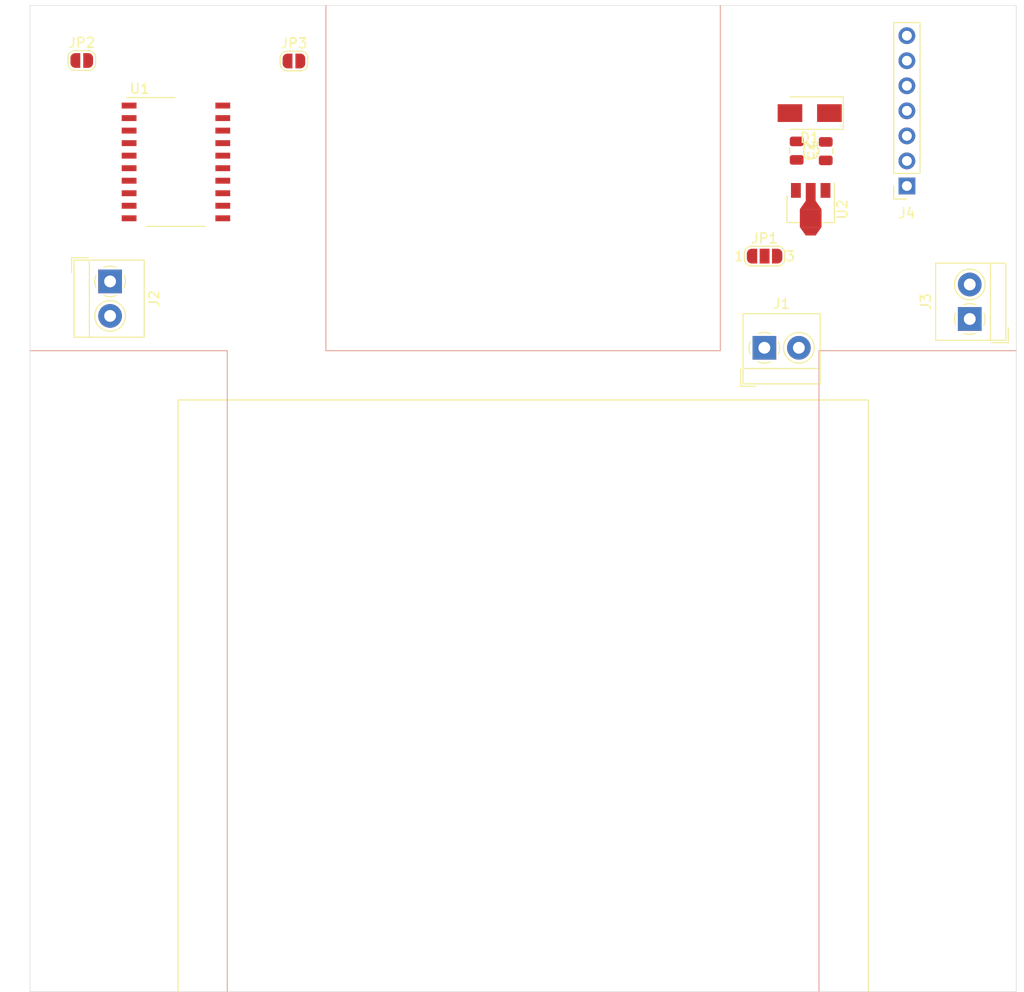
<source format=kicad_pcb>
(kicad_pcb (version 20171130) (host pcbnew 5.1.5-52549c5~86~ubuntu18.04.1)

  (general
    (thickness 1.6)
    (drawings 14)
    (tracks 0)
    (zones 0)
    (modules 12)
    (nets 17)
  )

  (page A4)
  (layers
    (0 F.Cu signal)
    (31 B.Cu signal)
    (32 B.Adhes user)
    (33 F.Adhes user)
    (34 B.Paste user)
    (35 F.Paste user)
    (36 B.SilkS user)
    (37 F.SilkS user)
    (38 B.Mask user)
    (39 F.Mask user)
    (40 Dwgs.User user)
    (41 Cmts.User user)
    (42 Eco1.User user)
    (43 Eco2.User user)
    (44 Edge.Cuts user)
    (45 Margin user)
    (46 B.CrtYd user)
    (47 F.CrtYd user)
    (48 B.Fab user)
    (49 F.Fab user)
  )

  (setup
    (last_trace_width 0.25)
    (trace_clearance 0.2)
    (zone_clearance 0.508)
    (zone_45_only no)
    (trace_min 0.2)
    (via_size 0.8)
    (via_drill 0.4)
    (via_min_size 0.4)
    (via_min_drill 0.3)
    (uvia_size 0.3)
    (uvia_drill 0.1)
    (uvias_allowed no)
    (uvia_min_size 0.2)
    (uvia_min_drill 0.1)
    (edge_width 0.05)
    (segment_width 0.2)
    (pcb_text_width 0.3)
    (pcb_text_size 1.5 1.5)
    (mod_edge_width 0.12)
    (mod_text_size 1 1)
    (mod_text_width 0.15)
    (pad_size 1.524 1.524)
    (pad_drill 0.762)
    (pad_to_mask_clearance 0.051)
    (solder_mask_min_width 0.25)
    (aux_axis_origin 0 0)
    (visible_elements FFFFFF7F)
    (pcbplotparams
      (layerselection 0x010fc_ffffffff)
      (usegerberextensions false)
      (usegerberattributes false)
      (usegerberadvancedattributes false)
      (creategerberjobfile false)
      (excludeedgelayer true)
      (linewidth 0.100000)
      (plotframeref false)
      (viasonmask false)
      (mode 1)
      (useauxorigin false)
      (hpglpennumber 1)
      (hpglpenspeed 20)
      (hpglpendiameter 15.000000)
      (psnegative false)
      (psa4output false)
      (plotreference true)
      (plotvalue true)
      (plotinvisibletext false)
      (padsonsilk false)
      (subtractmaskfromsilk false)
      (outputformat 1)
      (mirror false)
      (drillshape 1)
      (scaleselection 1)
      (outputdirectory ""))
  )

  (net 0 "")
  (net 1 "Net-(J2-Pad2)")
  (net 2 "Net-(J2-Pad1)")
  (net 3 "Net-(J3-Pad2)")
  (net 4 "Net-(J3-Pad1)")
  (net 5 "Net-(J4-Pad7)")
  (net 6 "Net-(J4-Pad6)")
  (net 7 "Net-(J4-Pad5)")
  (net 8 "Net-(J4-Pad4)")
  (net 9 "Net-(J4-Pad3)")
  (net 10 "Net-(D1-Pad2)")
  (net 11 "Net-(C1-Pad2)")
  (net 12 "Net-(C1-Pad1)")
  (net 13 "Net-(C2-Pad1)")
  (net 14 "Net-(J1-Pad1)")
  (net 15 "Net-(JP2-Pad1)")
  (net 16 "Net-(JP3-Pad1)")

  (net_class Default "This is the default net class."
    (clearance 0.2)
    (trace_width 0.25)
    (via_dia 0.8)
    (via_drill 0.4)
    (uvia_dia 0.3)
    (uvia_drill 0.1)
    (add_net "Net-(C1-Pad1)")
    (add_net "Net-(C1-Pad2)")
    (add_net "Net-(C2-Pad1)")
    (add_net "Net-(D1-Pad2)")
    (add_net "Net-(J1-Pad1)")
    (add_net "Net-(J2-Pad1)")
    (add_net "Net-(J2-Pad2)")
    (add_net "Net-(J3-Pad1)")
    (add_net "Net-(J3-Pad2)")
    (add_net "Net-(J4-Pad3)")
    (add_net "Net-(J4-Pad4)")
    (add_net "Net-(J4-Pad5)")
    (add_net "Net-(J4-Pad6)")
    (add_net "Net-(J4-Pad7)")
    (add_net "Net-(JP2-Pad1)")
    (add_net "Net-(JP3-Pad1)")
  )

  (module Package_TO_SOT_SMD:SOT-89-3 (layer F.Cu) (tedit 5A02FF57) (tstamp 600E1ABC)
    (at 129.159 70.231 270)
    (descr SOT-89-3)
    (tags SOT-89-3)
    (path /600E16D8)
    (attr smd)
    (fp_text reference U2 (at 0.45 -3.2 90) (layer F.SilkS)
      (effects (font (size 1 1) (thickness 0.15)))
    )
    (fp_text value L78L05_SOT89 (at 0.45 3.25 90) (layer F.Fab)
      (effects (font (size 1 1) (thickness 0.15)))
    )
    (fp_line (start -2.48 2.55) (end -2.48 -2.55) (layer F.CrtYd) (width 0.05))
    (fp_line (start -2.48 2.55) (end 3.23 2.55) (layer F.CrtYd) (width 0.05))
    (fp_line (start 3.23 -2.55) (end -2.48 -2.55) (layer F.CrtYd) (width 0.05))
    (fp_line (start 3.23 -2.55) (end 3.23 2.55) (layer F.CrtYd) (width 0.05))
    (fp_line (start -0.13 -2.3) (end 1.68 -2.3) (layer F.Fab) (width 0.1))
    (fp_line (start -0.92 2.3) (end -0.92 -1.51) (layer F.Fab) (width 0.1))
    (fp_line (start 1.68 2.3) (end -0.92 2.3) (layer F.Fab) (width 0.1))
    (fp_line (start 1.68 -2.3) (end 1.68 2.3) (layer F.Fab) (width 0.1))
    (fp_line (start -0.92 -1.51) (end -0.13 -2.3) (layer F.Fab) (width 0.1))
    (fp_line (start 1.78 -2.4) (end 1.78 -1.2) (layer F.SilkS) (width 0.12))
    (fp_line (start -2.22 -2.4) (end 1.78 -2.4) (layer F.SilkS) (width 0.12))
    (fp_line (start 1.78 2.4) (end -0.92 2.4) (layer F.SilkS) (width 0.12))
    (fp_line (start 1.78 1.2) (end 1.78 2.4) (layer F.SilkS) (width 0.12))
    (fp_text user %R (at 0.38 0) (layer F.Fab)
      (effects (font (size 0.6 0.6) (thickness 0.09)))
    )
    (pad 2 smd trapezoid (at -0.0762 0) (size 1.5 1) (rect_delta 0 0.7 ) (layers F.Cu F.Paste F.Mask)
      (net 11 "Net-(C1-Pad2)"))
    (pad 2 smd rect (at 1.3335 0 180) (size 2.2 1.84) (layers F.Cu F.Paste F.Mask)
      (net 11 "Net-(C1-Pad2)"))
    (pad 3 smd rect (at -1.48 1.5 180) (size 1 1.5) (layers F.Cu F.Paste F.Mask)
      (net 12 "Net-(C1-Pad1)"))
    (pad 2 smd rect (at -1.3335 0 180) (size 1 1.8) (layers F.Cu F.Paste F.Mask)
      (net 11 "Net-(C1-Pad2)"))
    (pad 1 smd rect (at -1.48 -1.5 180) (size 1 1.5) (layers F.Cu F.Paste F.Mask)
      (net 13 "Net-(C2-Pad1)"))
    (pad 2 smd trapezoid (at 2.667 0 180) (size 1.6 0.85) (rect_delta 0 0.6 ) (layers F.Cu F.Paste F.Mask)
      (net 11 "Net-(C1-Pad2)"))
    (model ${KISYS3DMOD}/Package_TO_SOT_SMD.3dshapes/SOT-89-3.wrl
      (at (xyz 0 0 0))
      (scale (xyz 1 1 1))
      (rotate (xyz 0 0 0))
    )
  )

  (module Jumper:SolderJumper-2_P1.3mm_Open_RoundedPad1.0x1.5mm (layer F.Cu) (tedit 5B391E66) (tstamp 600E1A5E)
    (at 76.7588 55.626)
    (descr "SMD Solder Jumper, 1x1.5mm, rounded Pads, 0.3mm gap, open")
    (tags "solder jumper open")
    (path /601CCD9F)
    (attr virtual)
    (fp_text reference JP3 (at 0 -1.8) (layer F.SilkS)
      (effects (font (size 1 1) (thickness 0.15)))
    )
    (fp_text value SolderJumper_2_Open (at 0 1.9) (layer F.Fab)
      (effects (font (size 1 1) (thickness 0.15)))
    )
    (fp_line (start 1.65 1.25) (end -1.65 1.25) (layer F.CrtYd) (width 0.05))
    (fp_line (start 1.65 1.25) (end 1.65 -1.25) (layer F.CrtYd) (width 0.05))
    (fp_line (start -1.65 -1.25) (end -1.65 1.25) (layer F.CrtYd) (width 0.05))
    (fp_line (start -1.65 -1.25) (end 1.65 -1.25) (layer F.CrtYd) (width 0.05))
    (fp_line (start -0.7 -1) (end 0.7 -1) (layer F.SilkS) (width 0.12))
    (fp_line (start 1.4 -0.3) (end 1.4 0.3) (layer F.SilkS) (width 0.12))
    (fp_line (start 0.7 1) (end -0.7 1) (layer F.SilkS) (width 0.12))
    (fp_line (start -1.4 0.3) (end -1.4 -0.3) (layer F.SilkS) (width 0.12))
    (fp_arc (start -0.7 -0.3) (end -0.7 -1) (angle -90) (layer F.SilkS) (width 0.12))
    (fp_arc (start -0.7 0.3) (end -1.4 0.3) (angle -90) (layer F.SilkS) (width 0.12))
    (fp_arc (start 0.7 0.3) (end 0.7 1) (angle -90) (layer F.SilkS) (width 0.12))
    (fp_arc (start 0.7 -0.3) (end 1.4 -0.3) (angle -90) (layer F.SilkS) (width 0.12))
    (pad 2 smd custom (at 0.65 0) (size 1 0.5) (layers F.Cu F.Mask)
      (net 14 "Net-(J1-Pad1)") (zone_connect 2)
      (options (clearance outline) (anchor rect))
      (primitives
        (gr_circle (center 0 0.25) (end 0.5 0.25) (width 0))
        (gr_circle (center 0 -0.25) (end 0.5 -0.25) (width 0))
        (gr_poly (pts
           (xy 0 -0.75) (xy -0.5 -0.75) (xy -0.5 0.75) (xy 0 0.75)) (width 0))
      ))
    (pad 1 smd custom (at -0.65 0) (size 1 0.5) (layers F.Cu F.Mask)
      (net 16 "Net-(JP3-Pad1)") (zone_connect 2)
      (options (clearance outline) (anchor rect))
      (primitives
        (gr_circle (center 0 0.25) (end 0.5 0.25) (width 0))
        (gr_circle (center 0 -0.25) (end 0.5 -0.25) (width 0))
        (gr_poly (pts
           (xy 0 -0.75) (xy 0.5 -0.75) (xy 0.5 0.75) (xy 0 0.75)) (width 0))
      ))
  )

  (module Jumper:SolderJumper-2_P1.3mm_Open_RoundedPad1.0x1.5mm (layer F.Cu) (tedit 5B391E66) (tstamp 600E1A4C)
    (at 55.245 55.5752)
    (descr "SMD Solder Jumper, 1x1.5mm, rounded Pads, 0.3mm gap, open")
    (tags "solder jumper open")
    (path /601CC15D)
    (attr virtual)
    (fp_text reference JP2 (at 0 -1.8) (layer F.SilkS)
      (effects (font (size 1 1) (thickness 0.15)))
    )
    (fp_text value SolderJumper_2_Open (at 0 1.9) (layer F.Fab)
      (effects (font (size 1 1) (thickness 0.15)))
    )
    (fp_line (start 1.65 1.25) (end -1.65 1.25) (layer F.CrtYd) (width 0.05))
    (fp_line (start 1.65 1.25) (end 1.65 -1.25) (layer F.CrtYd) (width 0.05))
    (fp_line (start -1.65 -1.25) (end -1.65 1.25) (layer F.CrtYd) (width 0.05))
    (fp_line (start -1.65 -1.25) (end 1.65 -1.25) (layer F.CrtYd) (width 0.05))
    (fp_line (start -0.7 -1) (end 0.7 -1) (layer F.SilkS) (width 0.12))
    (fp_line (start 1.4 -0.3) (end 1.4 0.3) (layer F.SilkS) (width 0.12))
    (fp_line (start 0.7 1) (end -0.7 1) (layer F.SilkS) (width 0.12))
    (fp_line (start -1.4 0.3) (end -1.4 -0.3) (layer F.SilkS) (width 0.12))
    (fp_arc (start -0.7 -0.3) (end -0.7 -1) (angle -90) (layer F.SilkS) (width 0.12))
    (fp_arc (start -0.7 0.3) (end -1.4 0.3) (angle -90) (layer F.SilkS) (width 0.12))
    (fp_arc (start 0.7 0.3) (end 0.7 1) (angle -90) (layer F.SilkS) (width 0.12))
    (fp_arc (start 0.7 -0.3) (end 1.4 -0.3) (angle -90) (layer F.SilkS) (width 0.12))
    (pad 2 smd custom (at 0.65 0) (size 1 0.5) (layers F.Cu F.Mask)
      (net 14 "Net-(J1-Pad1)") (zone_connect 2)
      (options (clearance outline) (anchor rect))
      (primitives
        (gr_circle (center 0 0.25) (end 0.5 0.25) (width 0))
        (gr_circle (center 0 -0.25) (end 0.5 -0.25) (width 0))
        (gr_poly (pts
           (xy 0 -0.75) (xy -0.5 -0.75) (xy -0.5 0.75) (xy 0 0.75)) (width 0))
      ))
    (pad 1 smd custom (at -0.65 0) (size 1 0.5) (layers F.Cu F.Mask)
      (net 15 "Net-(JP2-Pad1)") (zone_connect 2)
      (options (clearance outline) (anchor rect))
      (primitives
        (gr_circle (center 0 0.25) (end 0.5 0.25) (width 0))
        (gr_circle (center 0 -0.25) (end 0.5 -0.25) (width 0))
        (gr_poly (pts
           (xy 0 -0.75) (xy 0.5 -0.75) (xy 0.5 0.75) (xy 0 0.75)) (width 0))
      ))
  )

  (module Jumper:SolderJumper-3_P1.3mm_Open_RoundedPad1.0x1.5mm_NumberLabels (layer F.Cu) (tedit 5B391ED1) (tstamp 600E1A3A)
    (at 124.4854 75.4126)
    (descr "SMD Solder 3-pad Jumper, 1x1.5mm rounded Pads, 0.3mm gap, open, labeled with numbers")
    (tags "solder jumper open")
    (path /6014A9C6)
    (attr virtual)
    (fp_text reference JP1 (at 0 -1.8) (layer F.SilkS)
      (effects (font (size 1 1) (thickness 0.15)))
    )
    (fp_text value SolderJumper_3_Open (at 0 1.9) (layer F.Fab)
      (effects (font (size 1 1) (thickness 0.15)))
    )
    (fp_arc (start -1.35 -0.3) (end -1.35 -1) (angle -90) (layer F.SilkS) (width 0.12))
    (fp_arc (start -1.35 0.3) (end -2.05 0.3) (angle -90) (layer F.SilkS) (width 0.12))
    (fp_arc (start 1.35 0.3) (end 1.35 1) (angle -90) (layer F.SilkS) (width 0.12))
    (fp_arc (start 1.35 -0.3) (end 2.05 -0.3) (angle -90) (layer F.SilkS) (width 0.12))
    (fp_line (start 2.3 1.25) (end -2.3 1.25) (layer F.CrtYd) (width 0.05))
    (fp_line (start 2.3 1.25) (end 2.3 -1.25) (layer F.CrtYd) (width 0.05))
    (fp_line (start -2.3 -1.25) (end -2.3 1.25) (layer F.CrtYd) (width 0.05))
    (fp_line (start -2.3 -1.25) (end 2.3 -1.25) (layer F.CrtYd) (width 0.05))
    (fp_line (start -1.4 -1) (end 1.4 -1) (layer F.SilkS) (width 0.12))
    (fp_line (start 2.05 -0.3) (end 2.05 0.3) (layer F.SilkS) (width 0.12))
    (fp_line (start 1.4 1) (end -1.4 1) (layer F.SilkS) (width 0.12))
    (fp_line (start -2.05 0.3) (end -2.05 -0.3) (layer F.SilkS) (width 0.12))
    (fp_text user 1 (at -2.6 0) (layer F.SilkS)
      (effects (font (size 1 1) (thickness 0.15)))
    )
    (fp_text user 3 (at 2.6 0) (layer F.SilkS)
      (effects (font (size 1 1) (thickness 0.15)))
    )
    (pad 2 smd rect (at 0 0) (size 1 1.5) (layers F.Cu F.Mask)
      (net 14 "Net-(J1-Pad1)"))
    (pad 3 smd custom (at 1.3 0) (size 1 0.5) (layers F.Cu F.Mask)
      (net 10 "Net-(D1-Pad2)") (zone_connect 2)
      (options (clearance outline) (anchor rect))
      (primitives
        (gr_circle (center 0 0.25) (end 0.5 0.25) (width 0))
        (gr_circle (center 0 -0.25) (end 0.5 -0.25) (width 0))
        (gr_poly (pts
           (xy -0.55 -0.75) (xy 0 -0.75) (xy 0 0.75) (xy -0.55 0.75)) (width 0))
      ))
    (pad 1 smd custom (at -1.3 0) (size 1 0.5) (layers F.Cu F.Mask)
      (net 12 "Net-(C1-Pad1)") (zone_connect 2)
      (options (clearance outline) (anchor rect))
      (primitives
        (gr_circle (center 0 0.25) (end 0.5 0.25) (width 0))
        (gr_circle (center 0 -0.25) (end 0.5 -0.25) (width 0))
        (gr_poly (pts
           (xy 0.55 -0.75) (xy 0 -0.75) (xy 0 0.75) (xy 0.55 0.75)) (width 0))
      ))
  )

  (module Capacitor_SMD:C_0805_2012Metric (layer F.Cu) (tedit 5B36C52B) (tstamp 600E1879)
    (at 130.683 64.77 90)
    (descr "Capacitor SMD 0805 (2012 Metric), square (rectangular) end terminal, IPC_7351 nominal, (Body size source: https://docs.google.com/spreadsheets/d/1BsfQQcO9C6DZCsRaXUlFlo91Tg2WpOkGARC1WS5S8t0/edit?usp=sharing), generated with kicad-footprint-generator")
    (tags capacitor)
    (path /601276C7)
    (attr smd)
    (fp_text reference C2 (at 0 -1.65 90) (layer F.SilkS)
      (effects (font (size 1 1) (thickness 0.15)))
    )
    (fp_text value C (at 0 1.65 90) (layer F.Fab)
      (effects (font (size 1 1) (thickness 0.15)))
    )
    (fp_text user %R (at 0 0 90) (layer F.Fab)
      (effects (font (size 0.5 0.5) (thickness 0.08)))
    )
    (fp_line (start 1.68 0.95) (end -1.68 0.95) (layer F.CrtYd) (width 0.05))
    (fp_line (start 1.68 -0.95) (end 1.68 0.95) (layer F.CrtYd) (width 0.05))
    (fp_line (start -1.68 -0.95) (end 1.68 -0.95) (layer F.CrtYd) (width 0.05))
    (fp_line (start -1.68 0.95) (end -1.68 -0.95) (layer F.CrtYd) (width 0.05))
    (fp_line (start -0.258578 0.71) (end 0.258578 0.71) (layer F.SilkS) (width 0.12))
    (fp_line (start -0.258578 -0.71) (end 0.258578 -0.71) (layer F.SilkS) (width 0.12))
    (fp_line (start 1 0.6) (end -1 0.6) (layer F.Fab) (width 0.1))
    (fp_line (start 1 -0.6) (end 1 0.6) (layer F.Fab) (width 0.1))
    (fp_line (start -1 -0.6) (end 1 -0.6) (layer F.Fab) (width 0.1))
    (fp_line (start -1 0.6) (end -1 -0.6) (layer F.Fab) (width 0.1))
    (pad 2 smd roundrect (at 0.9375 0 90) (size 0.975 1.4) (layers F.Cu F.Paste F.Mask) (roundrect_rratio 0.25)
      (net 11 "Net-(C1-Pad2)"))
    (pad 1 smd roundrect (at -0.9375 0 90) (size 0.975 1.4) (layers F.Cu F.Paste F.Mask) (roundrect_rratio 0.25)
      (net 13 "Net-(C2-Pad1)"))
    (model ${KISYS3DMOD}/Capacitor_SMD.3dshapes/C_0805_2012Metric.wrl
      (at (xyz 0 0 0))
      (scale (xyz 1 1 1))
      (rotate (xyz 0 0 0))
    )
  )

  (module Capacitor_SMD:C_0805_2012Metric (layer F.Cu) (tedit 5B36C52B) (tstamp 600E1868)
    (at 127.7366 64.7192 270)
    (descr "Capacitor SMD 0805 (2012 Metric), square (rectangular) end terminal, IPC_7351 nominal, (Body size source: https://docs.google.com/spreadsheets/d/1BsfQQcO9C6DZCsRaXUlFlo91Tg2WpOkGARC1WS5S8t0/edit?usp=sharing), generated with kicad-footprint-generator")
    (tags capacitor)
    (path /60125B26)
    (attr smd)
    (fp_text reference C1 (at 0 -1.65 90) (layer F.SilkS)
      (effects (font (size 1 1) (thickness 0.15)))
    )
    (fp_text value C (at 0 1.65 90) (layer F.Fab)
      (effects (font (size 1 1) (thickness 0.15)))
    )
    (fp_text user %R (at 0 0 90) (layer F.Fab)
      (effects (font (size 0.5 0.5) (thickness 0.08)))
    )
    (fp_line (start 1.68 0.95) (end -1.68 0.95) (layer F.CrtYd) (width 0.05))
    (fp_line (start 1.68 -0.95) (end 1.68 0.95) (layer F.CrtYd) (width 0.05))
    (fp_line (start -1.68 -0.95) (end 1.68 -0.95) (layer F.CrtYd) (width 0.05))
    (fp_line (start -1.68 0.95) (end -1.68 -0.95) (layer F.CrtYd) (width 0.05))
    (fp_line (start -0.258578 0.71) (end 0.258578 0.71) (layer F.SilkS) (width 0.12))
    (fp_line (start -0.258578 -0.71) (end 0.258578 -0.71) (layer F.SilkS) (width 0.12))
    (fp_line (start 1 0.6) (end -1 0.6) (layer F.Fab) (width 0.1))
    (fp_line (start 1 -0.6) (end 1 0.6) (layer F.Fab) (width 0.1))
    (fp_line (start -1 -0.6) (end 1 -0.6) (layer F.Fab) (width 0.1))
    (fp_line (start -1 0.6) (end -1 -0.6) (layer F.Fab) (width 0.1))
    (pad 2 smd roundrect (at 0.9375 0 270) (size 0.975 1.4) (layers F.Cu F.Paste F.Mask) (roundrect_rratio 0.25)
      (net 11 "Net-(C1-Pad2)"))
    (pad 1 smd roundrect (at -0.9375 0 270) (size 0.975 1.4) (layers F.Cu F.Paste F.Mask) (roundrect_rratio 0.25)
      (net 12 "Net-(C1-Pad1)"))
    (model ${KISYS3DMOD}/Capacitor_SMD.3dshapes/C_0805_2012Metric.wrl
      (at (xyz 0 0 0))
      (scale (xyz 1 1 1))
      (rotate (xyz 0 0 0))
    )
  )

  (module Diode_SMD:D_SMA (layer F.Cu) (tedit 586432E5) (tstamp 600A3E71)
    (at 129.0574 60.9092 180)
    (descr "Diode SMA (DO-214AC)")
    (tags "Diode SMA (DO-214AC)")
    (path /60113E51)
    (attr smd)
    (fp_text reference D1 (at 0 -2.5) (layer F.SilkS)
      (effects (font (size 1 1) (thickness 0.15)))
    )
    (fp_text value MRA4007T3G (at 0 2.6) (layer F.Fab)
      (effects (font (size 1 1) (thickness 0.15)))
    )
    (fp_line (start -3.4 -1.65) (end 2 -1.65) (layer F.SilkS) (width 0.12))
    (fp_line (start -3.4 1.65) (end 2 1.65) (layer F.SilkS) (width 0.12))
    (fp_line (start -0.64944 0.00102) (end 0.50118 -0.79908) (layer F.Fab) (width 0.1))
    (fp_line (start -0.64944 0.00102) (end 0.50118 0.75032) (layer F.Fab) (width 0.1))
    (fp_line (start 0.50118 0.75032) (end 0.50118 -0.79908) (layer F.Fab) (width 0.1))
    (fp_line (start -0.64944 -0.79908) (end -0.64944 0.80112) (layer F.Fab) (width 0.1))
    (fp_line (start 0.50118 0.00102) (end 1.4994 0.00102) (layer F.Fab) (width 0.1))
    (fp_line (start -0.64944 0.00102) (end -1.55114 0.00102) (layer F.Fab) (width 0.1))
    (fp_line (start -3.5 1.75) (end -3.5 -1.75) (layer F.CrtYd) (width 0.05))
    (fp_line (start 3.5 1.75) (end -3.5 1.75) (layer F.CrtYd) (width 0.05))
    (fp_line (start 3.5 -1.75) (end 3.5 1.75) (layer F.CrtYd) (width 0.05))
    (fp_line (start -3.5 -1.75) (end 3.5 -1.75) (layer F.CrtYd) (width 0.05))
    (fp_line (start 2.3 -1.5) (end -2.3 -1.5) (layer F.Fab) (width 0.1))
    (fp_line (start 2.3 -1.5) (end 2.3 1.5) (layer F.Fab) (width 0.1))
    (fp_line (start -2.3 1.5) (end -2.3 -1.5) (layer F.Fab) (width 0.1))
    (fp_line (start 2.3 1.5) (end -2.3 1.5) (layer F.Fab) (width 0.1))
    (fp_line (start -3.4 -1.65) (end -3.4 1.65) (layer F.SilkS) (width 0.12))
    (fp_text user %R (at 0 -2.5) (layer F.Fab)
      (effects (font (size 1 1) (thickness 0.15)))
    )
    (pad 2 smd rect (at 2 0 180) (size 2.5 1.8) (layers F.Cu F.Paste F.Mask)
      (net 10 "Net-(D1-Pad2)"))
    (pad 1 smd rect (at -2 0 180) (size 2.5 1.8) (layers F.Cu F.Paste F.Mask)
      (net 13 "Net-(C2-Pad1)"))
    (model ${KISYS3DMOD}/Diode_SMD.3dshapes/D_SMA.wrl
      (at (xyz 0 0 0))
      (scale (xyz 1 1 1))
      (rotate (xyz 0 0 0))
    )
  )

  (module Connector_PinSocket_2.54mm:PinSocket_1x07_P2.54mm_Vertical (layer F.Cu) (tedit 5A19A433) (tstamp 600A2BF6)
    (at 138.9126 68.3006 180)
    (descr "Through hole straight socket strip, 1x07, 2.54mm pitch, single row (from Kicad 4.0.7), script generated")
    (tags "Through hole socket strip THT 1x07 2.54mm single row")
    (path /600B90AD)
    (fp_text reference J4 (at 0 -2.77) (layer F.SilkS)
      (effects (font (size 1 1) (thickness 0.15)))
    )
    (fp_text value Conn_01x07_Female (at 0 18.01) (layer F.Fab)
      (effects (font (size 1 1) (thickness 0.15)))
    )
    (fp_text user %R (at 0 7.62 90) (layer F.Fab)
      (effects (font (size 1 1) (thickness 0.15)))
    )
    (fp_line (start -1.8 17) (end -1.8 -1.8) (layer F.CrtYd) (width 0.05))
    (fp_line (start 1.75 17) (end -1.8 17) (layer F.CrtYd) (width 0.05))
    (fp_line (start 1.75 -1.8) (end 1.75 17) (layer F.CrtYd) (width 0.05))
    (fp_line (start -1.8 -1.8) (end 1.75 -1.8) (layer F.CrtYd) (width 0.05))
    (fp_line (start 0 -1.33) (end 1.33 -1.33) (layer F.SilkS) (width 0.12))
    (fp_line (start 1.33 -1.33) (end 1.33 0) (layer F.SilkS) (width 0.12))
    (fp_line (start 1.33 1.27) (end 1.33 16.57) (layer F.SilkS) (width 0.12))
    (fp_line (start -1.33 16.57) (end 1.33 16.57) (layer F.SilkS) (width 0.12))
    (fp_line (start -1.33 1.27) (end -1.33 16.57) (layer F.SilkS) (width 0.12))
    (fp_line (start -1.33 1.27) (end 1.33 1.27) (layer F.SilkS) (width 0.12))
    (fp_line (start -1.27 16.51) (end -1.27 -1.27) (layer F.Fab) (width 0.1))
    (fp_line (start 1.27 16.51) (end -1.27 16.51) (layer F.Fab) (width 0.1))
    (fp_line (start 1.27 -0.635) (end 1.27 16.51) (layer F.Fab) (width 0.1))
    (fp_line (start 0.635 -1.27) (end 1.27 -0.635) (layer F.Fab) (width 0.1))
    (fp_line (start -1.27 -1.27) (end 0.635 -1.27) (layer F.Fab) (width 0.1))
    (pad 7 thru_hole oval (at 0 15.24 180) (size 1.7 1.7) (drill 1) (layers *.Cu *.Mask)
      (net 5 "Net-(J4-Pad7)"))
    (pad 6 thru_hole oval (at 0 12.7 180) (size 1.7 1.7) (drill 1) (layers *.Cu *.Mask)
      (net 6 "Net-(J4-Pad6)"))
    (pad 5 thru_hole oval (at 0 10.16 180) (size 1.7 1.7) (drill 1) (layers *.Cu *.Mask)
      (net 7 "Net-(J4-Pad5)"))
    (pad 4 thru_hole oval (at 0 7.62 180) (size 1.7 1.7) (drill 1) (layers *.Cu *.Mask)
      (net 8 "Net-(J4-Pad4)"))
    (pad 3 thru_hole oval (at 0 5.08 180) (size 1.7 1.7) (drill 1) (layers *.Cu *.Mask)
      (net 9 "Net-(J4-Pad3)"))
    (pad 2 thru_hole oval (at 0 2.54 180) (size 1.7 1.7) (drill 1) (layers *.Cu *.Mask)
      (net 13 "Net-(C2-Pad1)"))
    (pad 1 thru_hole rect (at 0 0 180) (size 1.7 1.7) (drill 1) (layers *.Cu *.Mask)
      (net 11 "Net-(C1-Pad2)"))
    (model ${KISYS3DMOD}/Connector_PinSocket_2.54mm.3dshapes/PinSocket_1x07_P2.54mm_Vertical.wrl
      (at (xyz 0 0 0))
      (scale (xyz 1 1 1))
      (rotate (xyz 0 0 0))
    )
  )

  (module TerminalBlock_4Ucon:TerminalBlock_4Ucon_1x02_P3.50mm_Horizontal (layer F.Cu) (tedit 5B294E91) (tstamp 600A23F1)
    (at 145.288 81.788 90)
    (descr "Terminal Block 4Ucon ItemNo. 19963, 2 pins, pitch 3.5mm, size 7.7x7mm^2, drill diamater 1.2mm, pad diameter 2.4mm, see http://www.4uconnector.com/online/object/4udrawing/19963.pdf, script-generated using https://github.com/pointhi/kicad-footprint-generator/scripts/TerminalBlock_4Ucon")
    (tags "THT Terminal Block 4Ucon ItemNo. 19963 pitch 3.5mm size 7.7x7mm^2 drill 1.2mm pad 2.4mm")
    (path /600A0B1B)
    (fp_text reference J3 (at 1.75 -4.46 90) (layer F.SilkS)
      (effects (font (size 1 1) (thickness 0.15)))
    )
    (fp_text value Conn_01x02_Female (at 1.75 4.66 90) (layer F.Fab)
      (effects (font (size 1 1) (thickness 0.15)))
    )
    (fp_text user %R (at 1.75 2.9 90) (layer F.Fab)
      (effects (font (size 1 1) (thickness 0.15)))
    )
    (fp_line (start 6.1 -3.9) (end -2.6 -3.9) (layer F.CrtYd) (width 0.05))
    (fp_line (start 6.1 4.1) (end 6.1 -3.9) (layer F.CrtYd) (width 0.05))
    (fp_line (start -2.6 4.1) (end 6.1 4.1) (layer F.CrtYd) (width 0.05))
    (fp_line (start -2.6 -3.9) (end -2.6 4.1) (layer F.CrtYd) (width 0.05))
    (fp_line (start -2.4 3.9) (end -0.9 3.9) (layer F.SilkS) (width 0.12))
    (fp_line (start -2.4 2.16) (end -2.4 3.9) (layer F.SilkS) (width 0.12))
    (fp_line (start 2.4 0.069) (end 2.4 -0.069) (layer F.Fab) (width 0.1))
    (fp_line (start 3.431 0.069) (end 2.4 0.069) (layer F.Fab) (width 0.1))
    (fp_line (start 3.431 1.1) (end 3.431 0.069) (layer F.Fab) (width 0.1))
    (fp_line (start 3.569 1.1) (end 3.431 1.1) (layer F.Fab) (width 0.1))
    (fp_line (start 3.569 0.069) (end 3.569 1.1) (layer F.Fab) (width 0.1))
    (fp_line (start 4.6 0.069) (end 3.569 0.069) (layer F.Fab) (width 0.1))
    (fp_line (start 4.6 -0.069) (end 4.6 0.069) (layer F.Fab) (width 0.1))
    (fp_line (start 3.569 -0.069) (end 4.6 -0.069) (layer F.Fab) (width 0.1))
    (fp_line (start 3.569 -1.1) (end 3.569 -0.069) (layer F.Fab) (width 0.1))
    (fp_line (start 3.431 -1.1) (end 3.569 -1.1) (layer F.Fab) (width 0.1))
    (fp_line (start 3.431 -0.069) (end 3.431 -1.1) (layer F.Fab) (width 0.1))
    (fp_line (start 2.4 -0.069) (end 3.431 -0.069) (layer F.Fab) (width 0.1))
    (fp_line (start -1.1 0.069) (end -1.1 -0.069) (layer F.Fab) (width 0.1))
    (fp_line (start -0.069 0.069) (end -1.1 0.069) (layer F.Fab) (width 0.1))
    (fp_line (start -0.069 1.1) (end -0.069 0.069) (layer F.Fab) (width 0.1))
    (fp_line (start 0.069 1.1) (end -0.069 1.1) (layer F.Fab) (width 0.1))
    (fp_line (start 0.069 0.069) (end 0.069 1.1) (layer F.Fab) (width 0.1))
    (fp_line (start 1.1 0.069) (end 0.069 0.069) (layer F.Fab) (width 0.1))
    (fp_line (start 1.1 -0.069) (end 1.1 0.069) (layer F.Fab) (width 0.1))
    (fp_line (start 0.069 -0.069) (end 1.1 -0.069) (layer F.Fab) (width 0.1))
    (fp_line (start 0.069 -1.1) (end 0.069 -0.069) (layer F.Fab) (width 0.1))
    (fp_line (start -0.069 -1.1) (end 0.069 -1.1) (layer F.Fab) (width 0.1))
    (fp_line (start -0.069 -0.069) (end -0.069 -1.1) (layer F.Fab) (width 0.1))
    (fp_line (start -1.1 -0.069) (end -0.069 -0.069) (layer F.Fab) (width 0.1))
    (fp_line (start 5.66 -3.46) (end 5.66 3.66) (layer F.SilkS) (width 0.12))
    (fp_line (start -2.16 -3.46) (end -2.16 3.66) (layer F.SilkS) (width 0.12))
    (fp_line (start -2.16 3.66) (end 5.66 3.66) (layer F.SilkS) (width 0.12))
    (fp_line (start -2.16 -3.46) (end 5.66 -3.46) (layer F.SilkS) (width 0.12))
    (fp_line (start -2.16 2.1) (end 5.66 2.1) (layer F.SilkS) (width 0.12))
    (fp_line (start -2.1 2.1) (end 5.6 2.1) (layer F.Fab) (width 0.1))
    (fp_line (start -2.1 2.1) (end -2.1 -3.4) (layer F.Fab) (width 0.1))
    (fp_line (start -0.6 3.6) (end -2.1 2.1) (layer F.Fab) (width 0.1))
    (fp_line (start 5.6 3.6) (end -0.6 3.6) (layer F.Fab) (width 0.1))
    (fp_line (start 5.6 -3.4) (end 5.6 3.6) (layer F.Fab) (width 0.1))
    (fp_line (start -2.1 -3.4) (end 5.6 -3.4) (layer F.Fab) (width 0.1))
    (fp_circle (center 3.5 0) (end 5.055 0) (layer F.SilkS) (width 0.12))
    (fp_circle (center 3.5 0) (end 4.875 0) (layer F.Fab) (width 0.1))
    (fp_circle (center 0 0) (end 1.375 0) (layer F.Fab) (width 0.1))
    (fp_arc (start 0 0) (end -0.608 1.432) (angle -24) (layer F.SilkS) (width 0.12))
    (fp_arc (start 0 0) (end -1.432 -0.608) (angle -46) (layer F.SilkS) (width 0.12))
    (fp_arc (start 0 0) (end 0.608 -1.432) (angle -46) (layer F.SilkS) (width 0.12))
    (fp_arc (start 0 0) (end 1.432 0.608) (angle -46) (layer F.SilkS) (width 0.12))
    (fp_arc (start 0 0) (end 0 1.555) (angle -23) (layer F.SilkS) (width 0.12))
    (pad 2 thru_hole circle (at 3.5 0 90) (size 2.4 2.4) (drill 1.2) (layers *.Cu *.Mask)
      (net 3 "Net-(J3-Pad2)"))
    (pad 1 thru_hole rect (at 0 0 90) (size 2.4 2.4) (drill 1.2) (layers *.Cu *.Mask)
      (net 4 "Net-(J3-Pad1)"))
    (model ${KISYS3DMOD}/TerminalBlock_4Ucon.3dshapes/TerminalBlock_4Ucon_1x02_P3.50mm_Horizontal.wrl
      (at (xyz 0 0 0))
      (scale (xyz 1 1 1))
      (rotate (xyz 0 0 0))
    )
  )

  (module TerminalBlock_4Ucon:TerminalBlock_4Ucon_1x02_P3.50mm_Horizontal (layer F.Cu) (tedit 5B294E91) (tstamp 600A23B9)
    (at 58.1152 77.978 270)
    (descr "Terminal Block 4Ucon ItemNo. 19963, 2 pins, pitch 3.5mm, size 7.7x7mm^2, drill diamater 1.2mm, pad diameter 2.4mm, see http://www.4uconnector.com/online/object/4udrawing/19963.pdf, script-generated using https://github.com/pointhi/kicad-footprint-generator/scripts/TerminalBlock_4Ucon")
    (tags "THT Terminal Block 4Ucon ItemNo. 19963 pitch 3.5mm size 7.7x7mm^2 drill 1.2mm pad 2.4mm")
    (path /600A0524)
    (fp_text reference J2 (at 1.75 -4.46 90) (layer F.SilkS)
      (effects (font (size 1 1) (thickness 0.15)))
    )
    (fp_text value Conn_01x02_Female (at 1.75 4.66 90) (layer F.Fab)
      (effects (font (size 1 1) (thickness 0.15)))
    )
    (fp_text user %R (at 1.75 2.9 90) (layer F.Fab)
      (effects (font (size 1 1) (thickness 0.15)))
    )
    (fp_line (start 6.1 -3.9) (end -2.6 -3.9) (layer F.CrtYd) (width 0.05))
    (fp_line (start 6.1 4.1) (end 6.1 -3.9) (layer F.CrtYd) (width 0.05))
    (fp_line (start -2.6 4.1) (end 6.1 4.1) (layer F.CrtYd) (width 0.05))
    (fp_line (start -2.6 -3.9) (end -2.6 4.1) (layer F.CrtYd) (width 0.05))
    (fp_line (start -2.4 3.9) (end -0.9 3.9) (layer F.SilkS) (width 0.12))
    (fp_line (start -2.4 2.16) (end -2.4 3.9) (layer F.SilkS) (width 0.12))
    (fp_line (start 2.4 0.069) (end 2.4 -0.069) (layer F.Fab) (width 0.1))
    (fp_line (start 3.431 0.069) (end 2.4 0.069) (layer F.Fab) (width 0.1))
    (fp_line (start 3.431 1.1) (end 3.431 0.069) (layer F.Fab) (width 0.1))
    (fp_line (start 3.569 1.1) (end 3.431 1.1) (layer F.Fab) (width 0.1))
    (fp_line (start 3.569 0.069) (end 3.569 1.1) (layer F.Fab) (width 0.1))
    (fp_line (start 4.6 0.069) (end 3.569 0.069) (layer F.Fab) (width 0.1))
    (fp_line (start 4.6 -0.069) (end 4.6 0.069) (layer F.Fab) (width 0.1))
    (fp_line (start 3.569 -0.069) (end 4.6 -0.069) (layer F.Fab) (width 0.1))
    (fp_line (start 3.569 -1.1) (end 3.569 -0.069) (layer F.Fab) (width 0.1))
    (fp_line (start 3.431 -1.1) (end 3.569 -1.1) (layer F.Fab) (width 0.1))
    (fp_line (start 3.431 -0.069) (end 3.431 -1.1) (layer F.Fab) (width 0.1))
    (fp_line (start 2.4 -0.069) (end 3.431 -0.069) (layer F.Fab) (width 0.1))
    (fp_line (start -1.1 0.069) (end -1.1 -0.069) (layer F.Fab) (width 0.1))
    (fp_line (start -0.069 0.069) (end -1.1 0.069) (layer F.Fab) (width 0.1))
    (fp_line (start -0.069 1.1) (end -0.069 0.069) (layer F.Fab) (width 0.1))
    (fp_line (start 0.069 1.1) (end -0.069 1.1) (layer F.Fab) (width 0.1))
    (fp_line (start 0.069 0.069) (end 0.069 1.1) (layer F.Fab) (width 0.1))
    (fp_line (start 1.1 0.069) (end 0.069 0.069) (layer F.Fab) (width 0.1))
    (fp_line (start 1.1 -0.069) (end 1.1 0.069) (layer F.Fab) (width 0.1))
    (fp_line (start 0.069 -0.069) (end 1.1 -0.069) (layer F.Fab) (width 0.1))
    (fp_line (start 0.069 -1.1) (end 0.069 -0.069) (layer F.Fab) (width 0.1))
    (fp_line (start -0.069 -1.1) (end 0.069 -1.1) (layer F.Fab) (width 0.1))
    (fp_line (start -0.069 -0.069) (end -0.069 -1.1) (layer F.Fab) (width 0.1))
    (fp_line (start -1.1 -0.069) (end -0.069 -0.069) (layer F.Fab) (width 0.1))
    (fp_line (start 5.66 -3.46) (end 5.66 3.66) (layer F.SilkS) (width 0.12))
    (fp_line (start -2.16 -3.46) (end -2.16 3.66) (layer F.SilkS) (width 0.12))
    (fp_line (start -2.16 3.66) (end 5.66 3.66) (layer F.SilkS) (width 0.12))
    (fp_line (start -2.16 -3.46) (end 5.66 -3.46) (layer F.SilkS) (width 0.12))
    (fp_line (start -2.16 2.1) (end 5.66 2.1) (layer F.SilkS) (width 0.12))
    (fp_line (start -2.1 2.1) (end 5.6 2.1) (layer F.Fab) (width 0.1))
    (fp_line (start -2.1 2.1) (end -2.1 -3.4) (layer F.Fab) (width 0.1))
    (fp_line (start -0.6 3.6) (end -2.1 2.1) (layer F.Fab) (width 0.1))
    (fp_line (start 5.6 3.6) (end -0.6 3.6) (layer F.Fab) (width 0.1))
    (fp_line (start 5.6 -3.4) (end 5.6 3.6) (layer F.Fab) (width 0.1))
    (fp_line (start -2.1 -3.4) (end 5.6 -3.4) (layer F.Fab) (width 0.1))
    (fp_circle (center 3.5 0) (end 5.055 0) (layer F.SilkS) (width 0.12))
    (fp_circle (center 3.5 0) (end 4.875 0) (layer F.Fab) (width 0.1))
    (fp_circle (center 0 0) (end 1.375 0) (layer F.Fab) (width 0.1))
    (fp_arc (start 0 0) (end -0.608 1.432) (angle -24) (layer F.SilkS) (width 0.12))
    (fp_arc (start 0 0) (end -1.432 -0.608) (angle -46) (layer F.SilkS) (width 0.12))
    (fp_arc (start 0 0) (end 0.608 -1.432) (angle -46) (layer F.SilkS) (width 0.12))
    (fp_arc (start 0 0) (end 1.432 0.608) (angle -46) (layer F.SilkS) (width 0.12))
    (fp_arc (start 0 0) (end 0 1.555) (angle -23) (layer F.SilkS) (width 0.12))
    (pad 2 thru_hole circle (at 3.5 0 270) (size 2.4 2.4) (drill 1.2) (layers *.Cu *.Mask)
      (net 1 "Net-(J2-Pad2)"))
    (pad 1 thru_hole rect (at 0 0 270) (size 2.4 2.4) (drill 1.2) (layers *.Cu *.Mask)
      (net 2 "Net-(J2-Pad1)"))
    (model ${KISYS3DMOD}/TerminalBlock_4Ucon.3dshapes/TerminalBlock_4Ucon_1x02_P3.50mm_Horizontal.wrl
      (at (xyz 0 0 0))
      (scale (xyz 1 1 1))
      (rotate (xyz 0 0 0))
    )
  )

  (module TerminalBlock_4Ucon:TerminalBlock_4Ucon_1x02_P3.50mm_Horizontal (layer F.Cu) (tedit 5B294E91) (tstamp 600A2381)
    (at 124.46 84.709)
    (descr "Terminal Block 4Ucon ItemNo. 19963, 2 pins, pitch 3.5mm, size 7.7x7mm^2, drill diamater 1.2mm, pad diameter 2.4mm, see http://www.4uconnector.com/online/object/4udrawing/19963.pdf, script-generated using https://github.com/pointhi/kicad-footprint-generator/scripts/TerminalBlock_4Ucon")
    (tags "THT Terminal Block 4Ucon ItemNo. 19963 pitch 3.5mm size 7.7x7mm^2 drill 1.2mm pad 2.4mm")
    (path /6009FC05)
    (fp_text reference J1 (at 1.75 -4.46) (layer F.SilkS)
      (effects (font (size 1 1) (thickness 0.15)))
    )
    (fp_text value Conn_01x02_Female (at 1.75 4.66) (layer F.Fab)
      (effects (font (size 1 1) (thickness 0.15)))
    )
    (fp_text user %R (at 1.75 2.9) (layer F.Fab)
      (effects (font (size 1 1) (thickness 0.15)))
    )
    (fp_line (start 6.1 -3.9) (end -2.6 -3.9) (layer F.CrtYd) (width 0.05))
    (fp_line (start 6.1 4.1) (end 6.1 -3.9) (layer F.CrtYd) (width 0.05))
    (fp_line (start -2.6 4.1) (end 6.1 4.1) (layer F.CrtYd) (width 0.05))
    (fp_line (start -2.6 -3.9) (end -2.6 4.1) (layer F.CrtYd) (width 0.05))
    (fp_line (start -2.4 3.9) (end -0.9 3.9) (layer F.SilkS) (width 0.12))
    (fp_line (start -2.4 2.16) (end -2.4 3.9) (layer F.SilkS) (width 0.12))
    (fp_line (start 2.4 0.069) (end 2.4 -0.069) (layer F.Fab) (width 0.1))
    (fp_line (start 3.431 0.069) (end 2.4 0.069) (layer F.Fab) (width 0.1))
    (fp_line (start 3.431 1.1) (end 3.431 0.069) (layer F.Fab) (width 0.1))
    (fp_line (start 3.569 1.1) (end 3.431 1.1) (layer F.Fab) (width 0.1))
    (fp_line (start 3.569 0.069) (end 3.569 1.1) (layer F.Fab) (width 0.1))
    (fp_line (start 4.6 0.069) (end 3.569 0.069) (layer F.Fab) (width 0.1))
    (fp_line (start 4.6 -0.069) (end 4.6 0.069) (layer F.Fab) (width 0.1))
    (fp_line (start 3.569 -0.069) (end 4.6 -0.069) (layer F.Fab) (width 0.1))
    (fp_line (start 3.569 -1.1) (end 3.569 -0.069) (layer F.Fab) (width 0.1))
    (fp_line (start 3.431 -1.1) (end 3.569 -1.1) (layer F.Fab) (width 0.1))
    (fp_line (start 3.431 -0.069) (end 3.431 -1.1) (layer F.Fab) (width 0.1))
    (fp_line (start 2.4 -0.069) (end 3.431 -0.069) (layer F.Fab) (width 0.1))
    (fp_line (start -1.1 0.069) (end -1.1 -0.069) (layer F.Fab) (width 0.1))
    (fp_line (start -0.069 0.069) (end -1.1 0.069) (layer F.Fab) (width 0.1))
    (fp_line (start -0.069 1.1) (end -0.069 0.069) (layer F.Fab) (width 0.1))
    (fp_line (start 0.069 1.1) (end -0.069 1.1) (layer F.Fab) (width 0.1))
    (fp_line (start 0.069 0.069) (end 0.069 1.1) (layer F.Fab) (width 0.1))
    (fp_line (start 1.1 0.069) (end 0.069 0.069) (layer F.Fab) (width 0.1))
    (fp_line (start 1.1 -0.069) (end 1.1 0.069) (layer F.Fab) (width 0.1))
    (fp_line (start 0.069 -0.069) (end 1.1 -0.069) (layer F.Fab) (width 0.1))
    (fp_line (start 0.069 -1.1) (end 0.069 -0.069) (layer F.Fab) (width 0.1))
    (fp_line (start -0.069 -1.1) (end 0.069 -1.1) (layer F.Fab) (width 0.1))
    (fp_line (start -0.069 -0.069) (end -0.069 -1.1) (layer F.Fab) (width 0.1))
    (fp_line (start -1.1 -0.069) (end -0.069 -0.069) (layer F.Fab) (width 0.1))
    (fp_line (start 5.66 -3.46) (end 5.66 3.66) (layer F.SilkS) (width 0.12))
    (fp_line (start -2.16 -3.46) (end -2.16 3.66) (layer F.SilkS) (width 0.12))
    (fp_line (start -2.16 3.66) (end 5.66 3.66) (layer F.SilkS) (width 0.12))
    (fp_line (start -2.16 -3.46) (end 5.66 -3.46) (layer F.SilkS) (width 0.12))
    (fp_line (start -2.16 2.1) (end 5.66 2.1) (layer F.SilkS) (width 0.12))
    (fp_line (start -2.1 2.1) (end 5.6 2.1) (layer F.Fab) (width 0.1))
    (fp_line (start -2.1 2.1) (end -2.1 -3.4) (layer F.Fab) (width 0.1))
    (fp_line (start -0.6 3.6) (end -2.1 2.1) (layer F.Fab) (width 0.1))
    (fp_line (start 5.6 3.6) (end -0.6 3.6) (layer F.Fab) (width 0.1))
    (fp_line (start 5.6 -3.4) (end 5.6 3.6) (layer F.Fab) (width 0.1))
    (fp_line (start -2.1 -3.4) (end 5.6 -3.4) (layer F.Fab) (width 0.1))
    (fp_circle (center 3.5 0) (end 5.055 0) (layer F.SilkS) (width 0.12))
    (fp_circle (center 3.5 0) (end 4.875 0) (layer F.Fab) (width 0.1))
    (fp_circle (center 0 0) (end 1.375 0) (layer F.Fab) (width 0.1))
    (fp_arc (start 0 0) (end -0.608 1.432) (angle -24) (layer F.SilkS) (width 0.12))
    (fp_arc (start 0 0) (end -1.432 -0.608) (angle -46) (layer F.SilkS) (width 0.12))
    (fp_arc (start 0 0) (end 0.608 -1.432) (angle -46) (layer F.SilkS) (width 0.12))
    (fp_arc (start 0 0) (end 1.432 0.608) (angle -46) (layer F.SilkS) (width 0.12))
    (fp_arc (start 0 0) (end 0 1.555) (angle -23) (layer F.SilkS) (width 0.12))
    (pad 2 thru_hole circle (at 3.5 0) (size 2.4 2.4) (drill 1.2) (layers *.Cu *.Mask)
      (net 11 "Net-(C1-Pad2)"))
    (pad 1 thru_hole rect (at 0 0) (size 2.4 2.4) (drill 1.2) (layers *.Cu *.Mask)
      (net 14 "Net-(J1-Pad1)"))
    (model ${KISYS3DMOD}/TerminalBlock_4Ucon.3dshapes/TerminalBlock_4Ucon_1x02_P3.50mm_Horizontal.wrl
      (at (xyz 0 0 0))
      (scale (xyz 1 1 1))
      (rotate (xyz 0 0 0))
    )
  )

  (module Package_SO:SO-20_12.8x7.5mm_P1.27mm (layer F.Cu) (tedit 5A02F2D3) (tstamp 600A209C)
    (at 64.7954 65.8622)
    (descr "SO-20, 12.8x7.5mm, https://www.nxp.com/docs/en/data-sheet/SA605.pdf")
    (tags "S0-20 ")
    (path /6009C8F9)
    (attr smd)
    (fp_text reference U1 (at -3.69 -7.42) (layer F.SilkS)
      (effects (font (size 1 1) (thickness 0.15)))
    )
    (fp_text value L293DD (at 0 7.99) (layer F.Fab)
      (effects (font (size 1 1) (thickness 0.15)))
    )
    (fp_text user %R (at 0 0) (layer F.Fab)
      (effects (font (size 1 1) (thickness 0.15)))
    )
    (fp_line (start -5.7 6.7) (end -5.7 -6.7) (layer F.CrtYd) (width 0.05))
    (fp_line (start 5.7 6.7) (end -5.7 6.7) (layer F.CrtYd) (width 0.05))
    (fp_line (start 5.7 -6.7) (end 5.7 6.7) (layer F.CrtYd) (width 0.05))
    (fp_line (start -5.7 -6.7) (end 5.7 -6.7) (layer F.CrtYd) (width 0.05))
    (fp_line (start -5 -6.53) (end 0 -6.53) (layer F.SilkS) (width 0.12))
    (fp_line (start -3 6.53) (end 3 6.53) (layer F.SilkS) (width 0.12))
    (fp_line (start -2.2 -5.4) (end -1.2 -6.4) (layer F.Fab) (width 0.1))
    (fp_line (start -2.2 6.4) (end -2.2 -5.4) (layer F.Fab) (width 0.1))
    (fp_line (start 2.2 6.4) (end -2.2 6.4) (layer F.Fab) (width 0.1))
    (fp_line (start 2.2 -6.4) (end 2.2 6.4) (layer F.Fab) (width 0.1))
    (fp_line (start -1.2 -6.4) (end 2.2 -6.4) (layer F.Fab) (width 0.1))
    (pad 20 smd rect (at 4.75 -5.715) (size 1.5 0.6) (layers F.Cu F.Paste F.Mask)
      (net 14 "Net-(J1-Pad1)"))
    (pad 19 smd rect (at 4.75 -4.445) (size 1.5 0.6) (layers F.Cu F.Paste F.Mask)
      (net 6 "Net-(J4-Pad6)"))
    (pad 18 smd rect (at 4.75 -3.175) (size 1.5 0.6) (layers F.Cu F.Paste F.Mask)
      (net 3 "Net-(J3-Pad2)"))
    (pad 17 smd rect (at 4.75 -1.905) (size 1.5 0.6) (layers F.Cu F.Paste F.Mask)
      (net 11 "Net-(C1-Pad2)"))
    (pad 16 smd rect (at 4.75 -0.635) (size 1.5 0.6) (layers F.Cu F.Paste F.Mask)
      (net 11 "Net-(C1-Pad2)"))
    (pad 15 smd rect (at 4.75 0.635) (size 1.5 0.6) (layers F.Cu F.Paste F.Mask)
      (net 11 "Net-(C1-Pad2)"))
    (pad 14 smd rect (at 4.75 1.905) (size 1.5 0.6) (layers F.Cu F.Paste F.Mask)
      (net 11 "Net-(C1-Pad2)"))
    (pad 13 smd rect (at 4.75 3.175) (size 1.5 0.6) (layers F.Cu F.Paste F.Mask)
      (net 4 "Net-(J3-Pad1)"))
    (pad 12 smd rect (at 4.75 4.445) (size 1.5 0.6) (layers F.Cu F.Paste F.Mask)
      (net 7 "Net-(J4-Pad5)"))
    (pad 11 smd rect (at 4.75 5.715) (size 1.5 0.6) (layers F.Cu F.Paste F.Mask)
      (net 16 "Net-(JP3-Pad1)"))
    (pad 10 smd rect (at -4.75 5.715) (size 1.5 0.6) (layers F.Cu F.Paste F.Mask)
      (net 14 "Net-(J1-Pad1)"))
    (pad 9 smd rect (at -4.75 4.445) (size 1.5 0.6) (layers F.Cu F.Paste F.Mask)
      (net 9 "Net-(J4-Pad3)"))
    (pad 8 smd rect (at -4.75 3.175) (size 1.5 0.6) (layers F.Cu F.Paste F.Mask)
      (net 1 "Net-(J2-Pad2)"))
    (pad 7 smd rect (at -4.75 1.905) (size 1.5 0.6) (layers F.Cu F.Paste F.Mask)
      (net 11 "Net-(C1-Pad2)"))
    (pad 1 smd rect (at -4.75 -5.715) (size 1.5 0.6) (layers F.Cu F.Paste F.Mask)
      (net 15 "Net-(JP2-Pad1)"))
    (pad 2 smd rect (at -4.75 -4.445) (size 1.5 0.6) (layers F.Cu F.Paste F.Mask)
      (net 8 "Net-(J4-Pad4)"))
    (pad 3 smd rect (at -4.75 -3.175) (size 1.5 0.6) (layers F.Cu F.Paste F.Mask)
      (net 2 "Net-(J2-Pad1)"))
    (pad 4 smd rect (at -4.75 -1.905) (size 1.5 0.6) (layers F.Cu F.Paste F.Mask)
      (net 11 "Net-(C1-Pad2)"))
    (pad 5 smd rect (at -4.75 -0.635) (size 1.5 0.6) (layers F.Cu F.Paste F.Mask)
      (net 11 "Net-(C1-Pad2)"))
    (pad 6 smd rect (at -4.75 0.635) (size 1.5 0.6) (layers F.Cu F.Paste F.Mask)
      (net 11 "Net-(C1-Pad2)"))
    (model ${KISYS3DMOD}/Package_SO.3dshapes/SO-20_12.8x7.5mm_P1.27mm.wrl
      (at (xyz 0 0 0))
      (scale (xyz 1 1 1))
      (rotate (xyz 0 0 0))
    )
  )

  (gr_line (start 65 90) (end 65 150) (layer F.SilkS) (width 0.12))
  (gr_line (start 135 90) (end 135 150) (layer F.SilkS) (width 0.12))
  (gr_line (start 65 90) (end 135 90) (layer F.SilkS) (width 0.12))
  (gr_line (start 120 50) (end 120 85) (layer B.SilkS) (width 0.12))
  (gr_line (start 80 50) (end 80 85) (layer B.SilkS) (width 0.12))
  (gr_line (start 80 85) (end 120 85) (layer B.SilkS) (width 0.12))
  (gr_line (start 130 85) (end 150 85) (layer B.SilkS) (width 0.12))
  (gr_line (start 130 85) (end 130 150) (layer B.SilkS) (width 0.12))
  (gr_line (start 50 85) (end 70 85) (layer B.SilkS) (width 0.12))
  (gr_line (start 70 85) (end 70 150) (layer B.SilkS) (width 0.12))
  (gr_line (start 50 150) (end 150 150) (layer Edge.Cuts) (width 0.05))
  (gr_line (start 50 50) (end 150 50) (layer Edge.Cuts) (width 0.05))
  (gr_line (start 150 50) (end 150 150) (layer Edge.Cuts) (width 0.05))
  (gr_line (start 50 50) (end 50 150) (layer Edge.Cuts) (width 0.05))

)

</source>
